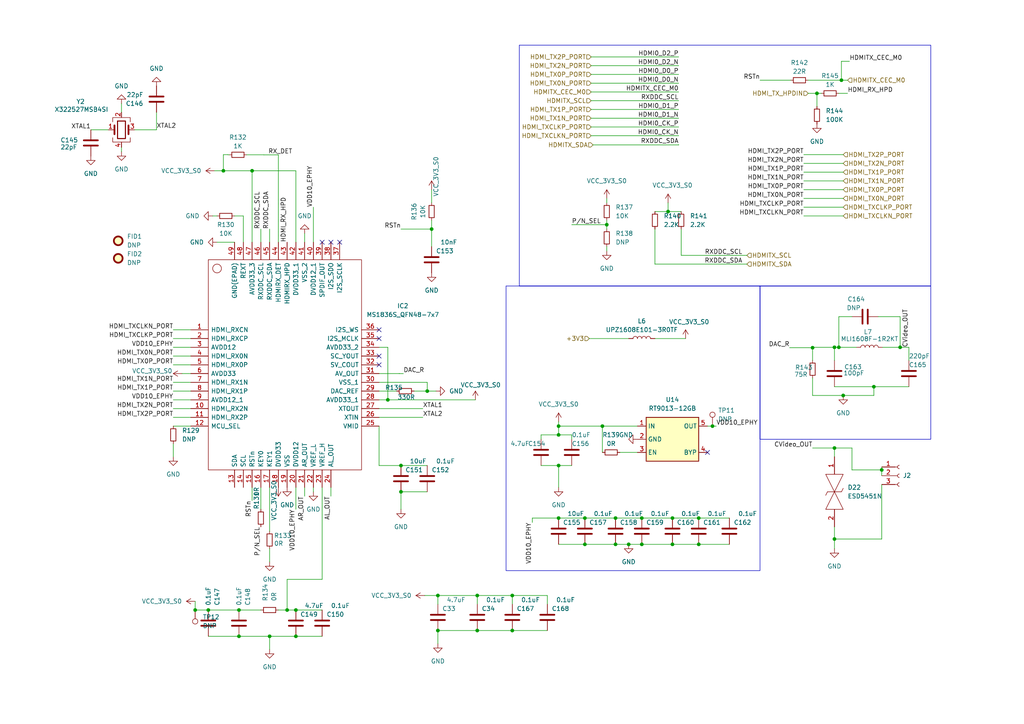
<source format=kicad_sch>
(kicad_sch (version 20250114) (generator "eeschema") (generator_version "9.0")
  (paper "A4")
  (lib_symbols
    (symbol "Connector:Conn_01x03_Socket" (pin_names (offset 1.016) (hide yes))
      (property "Reference" "J" (at 0 5.08 0))
      (property "Value" "Conn_01x03_Socket" (at 0 -5.08 0))
      (symbol "Conn_01x03_Socket_1_1"
        (pin passive line (at -5.08 2.54 0) (length 3.81) (name "Pin_1") (number "1"))
        (pin passive line (at -5.08 0 0) (length 3.81) (name "Pin_2") (number "2"))
        (pin passive line (at -5.08 -2.54 0) (length 3.81) (name "Pin_3") (number "3"))
      )
    )
    (symbol "Connector:TestPoint" (pin_numbers (hide yes)) (pin_names (offset 0.762) (hide yes))
      (property "Reference" "TP" (at 0 6.858 0))
      (property "Value" "TestPoint" (at 0 5.08 0))
      (symbol "TestPoint_1_1"
        (pin passive line (at 0 0 90) (length 2.54) (name "1") (number "1"))
      )
    )
    (symbol "Device:C" (pin_numbers (hide yes)) (pin_names (offset 0.254))
      (property "Reference" "C" (at 0.635 2.54 0))
      (property "Value" "C" (at 0.635 -2.54 0))
      (symbol "C_1_1"
        (pin passive line (at 0 3.81 270) (length 2.794) (name "~") (number "1"))
        (pin passive line (at 0 -3.81 90) (length 2.794) (name "~") (number "2"))
      )
    )
    (symbol "Device:Crystal_GND24" (pin_names (offset 1.016) (hide yes))
      (property "Reference" "Y" (at 3.175 5.08 0))
      (property "Value" "Crystal_GND24" (at 3.175 3.175 0))
      (symbol "Crystal_GND24_1_1"
        (pin passive line (at -3.81 0 0) (length 1.27) (name "1") (number "1"))
        (pin passive line (at 0 5.08 270) (length 1.27) (name "2") (number "2"))
        (pin passive line (at 0 -5.08 90) (length 1.27) (name "4") (number "4"))
        (pin passive line (at 3.81 0 180) (length 1.27) (name "3") (number "3"))
      )
    )
    (symbol "Device:L" (pin_numbers (hide yes)) (pin_names (offset 1.016) (hide yes))
      (property "Reference" "L" (at -1.27 0 90))
      (property "Value" "L" (at 1.905 0 90))
      (symbol "L_1_1"
        (pin passive line (at 0 3.81 270) (length 1.27) (name "1") (number "1"))
        (pin passive line (at 0 -3.81 90) (length 1.27) (name "2") (number "2"))
      )
    )
    (symbol "Device:R_Small" (pin_numbers (hide yes)) (pin_names (offset 0.254) (hide yes))
      (property "Reference" "R" (at 0.762 0.508 0))
      (property "Value" "R_Small" (at 0.762 -1.016 0))
      (symbol "R_Small_1_1"
        (pin passive line (at 0 2.54 270) (length 0.762) (name "~") (number "1"))
        (pin passive line (at 0 -2.54 90) (length 0.762) (name "~") (number "2"))
      )
    )
    (symbol "ESD5451N:ESD5451N" (pin_names (offset 0.762))
      (property "Reference" "D" (at 12.7 8.89 0))
      (property "Value" "ESD5451N" (at 12.7 6.35 0))
      (symbol "ESD5451N_0_0"
        (pin passive line (at 0 0 0) (length 5.08) (name "~") (number "1"))
        (pin passive line (at 20.32 0 180) (length 5.08) (name "~") (number "2"))
      )
    )
    (symbol "Mechanical:Fiducial"
      (property "Reference" "FID" (at 0 5.08 0))
      (property "Value" "Fiducial" (at 0 3.175 0))
    )
    (symbol "QFN481:MS1836S_QFN48-7x7" (pin_names (offset 0.762))
      (property "Reference" "IC" (at 41.91 25.4 0))
      (property "Value" "MS1836S_QFN48-7x7" (at 41.91 22.86 0))
      (symbol "MS1836S_QFN48-7x7_1_0"
        (pin passive line (at -5.08 0 0) (length 5.08) (name "HDMI_RXCN") (number "1"))
        (pin passive line (at -5.08 -2.54 0) (length 5.08) (name "HDMI_RXCP") (number "2"))
        (pin passive line (at -5.08 -5.08 0) (length 5.08) (name "AVDD12") (number "3"))
        (pin passive line (at -5.08 -7.62 0) (length 5.08) (name "HDMI_RX0N") (number "4"))
        (pin passive line (at -5.08 -10.16 0) (length 5.08) (name "HDMI_RX0P") (number "5"))
        (pin passive line (at -5.08 -12.7 0) (length 5.08) (name "AVDD33") (number "6"))
        (pin passive line (at -5.08 -15.24 0) (length 5.08) (name "HDMI_RX1N") (number "7"))
        (pin passive line (at -5.08 -17.78 0) (length 5.08) (name "HDMI_RX1P") (number "8"))
        (pin passive line (at -5.08 -20.32 0) (length 5.08) (name "AVDD12_1") (number "9"))
        (pin passive line (at -5.08 -22.86 0) (length 5.08) (name "HDMI_RX2N") (number "10"))
        (pin passive line (at -5.08 -25.4 0) (length 5.08) (name "HDMI_RX2P") (number "11"))
        (pin passive line (at -5.08 -27.94 0) (length 5.08) (name "MCU_SEL") (number "12"))
        (pin passive line (at 7.62 25.4 270) (length 5.08) (name "GND(EPAD)") (number "49"))
        (pin passive line (at 7.62 -45.72 90) (length 5.08) (name "SDA") (number "13"))
        (pin passive line (at 10.16 25.4 270) (length 5.08) (name "REXT") (number "48"))
        (pin passive line (at 10.16 -45.72 90) (length 5.08) (name "SCL") (number "14"))
        (pin passive line (at 12.7 25.4 270) (length 5.08) (name "AVDD33_3") (number "47"))
        (pin passive line (at 12.7 -45.72 90) (length 5.08) (name "RSTn") (number "15"))
        (pin passive line (at 15.24 25.4 270) (length 5.08) (name "RXDDC_SCL") (number "46"))
        (pin passive line (at 15.24 -45.72 90) (length 5.08) (name "KEY0") (number "16"))
        (pin passive line (at 17.78 25.4 270) (length 5.08) (name "RXDDC_SDA") (number "45"))
        (pin passive line (at 17.78 -45.72 90) (length 5.08) (name "KEY1") (number "17"))
        (pin passive line (at 20.32 25.4 270) (length 5.08) (name "HDMIRX_DET") (number "44"))
        (pin passive line (at 20.32 -45.72 90) (length 5.08) (name "DVDD33") (number "18"))
        (pin passive line (at 22.86 25.4 270) (length 5.08) (name "HDMIRX_HPD") (number "43"))
        (pin passive line (at 22.86 -45.72 90) (length 5.08) (name "VSS") (number "19"))
        (pin passive line (at 25.4 25.4 270) (length 5.08) (name "DVDD33_1") (number "42"))
        (pin passive line (at 25.4 -45.72 90) (length 5.08) (name "DVDD12") (number "20"))
        (pin passive line (at 27.94 25.4 270) (length 5.08) (name "VSS_2") (number "41"))
        (pin passive line (at 27.94 -45.72 90) (length 5.08) (name "AR_OUT") (number "21"))
        (pin passive line (at 30.48 25.4 270) (length 5.08) (name "DVDD12_1") (number "40"))
        (pin passive line (at 30.48 -45.72 90) (length 5.08) (name "VREF_L") (number "22"))
        (pin passive line (at 33.02 25.4 270) (length 5.08) (name "SPDIF_OUT") (number "39"))
        (pin passive line (at 33.02 -45.72 90) (length 5.08) (name "VREF_H") (number "23"))
        (pin passive line (at 35.56 25.4 270) (length 5.08) (name "I2S_SDO") (number "38"))
        (pin passive line (at 35.56 -45.72 90) (length 5.08) (name "AL_OUT") (number "24"))
        (pin passive line (at 38.1 25.4 270) (length 5.08) (name "I2S_SCLK") (number "37"))
        (pin passive line (at 49.53 0 180) (length 5.08) (name "I2S_WS") (number "36"))
        (pin passive line (at 49.53 -2.54 180) (length 5.08) (name "I2S_MCLK") (number "35"))
        (pin passive line (at 49.53 -5.08 180) (length 5.08) (name "AVDD33_2") (number "34"))
        (pin passive line (at 49.53 -7.62 180) (length 5.08) (name "SC_YOUT") (number "33"))
        (pin passive line (at 49.53 -10.16 180) (length 5.08) (name "SV_COUT") (number "32"))
        (pin passive line (at 49.53 -12.7 180) (length 5.08) (name "AV_OUT") (number "31"))
        (pin passive line (at 49.53 -15.24 180) (length 5.08) (name "VSS_1") (number "30"))
        (pin passive line (at 49.53 -17.78 180) (length 5.08) (name "DAC_REF") (number "29"))
        (pin passive line (at 49.53 -20.32 180) (length 5.08) (name "AVDD33_1") (number "28"))
        (pin passive line (at 49.53 -22.86 180) (length 5.08) (name "XTOUT") (number "27"))
        (pin passive line (at 49.53 -25.4 180) (length 5.08) (name "XTIN") (number "26"))
        (pin passive line (at 49.53 -27.94 180) (length 5.08) (name "VMID") (number "25"))
      )
    )
    (symbol "RT9013-12GB:RT9013-12GB"
      (property "Reference" "U9" (at 0 3.81 0))
      (property "Value" "RT9013-12GB" (at 0 1.27 0))
      (symbol "RT9013-12GB_1_1"
        (pin power_in line (at -10.16 -3.81 0) (length 2.54) (name "IN") (number "1"))
        (pin power_in line (at -10.16 -7.62 0) (length 2.54) (name "GND") (number "2"))
        (pin power_in line (at -10.16 -11.43 0) (length 2.54) (name "EN") (number "3"))
        (pin power_out line (at 10.16 -3.81 180) (length 2.54) (name "OUT") (number "5"))
        (pin passive line (at 10.16 -11.43 180) (length 2.54) (name "BYP") (number "4"))
      )
    )
    (symbol "power:GND" (power) (pin_names (offset 0))
      (property "Value" "GND" (at 0 -3.81 0))
      (symbol "GND_1_1"
        (pin power_in line (at 0 0 270) (length 0) (hide yes) (name "GND") (number "1"))
      )
    )
    (symbol "power:VCC" (power) (pin_names (offset 0))
      (property "Value" "VCC" (at 0 3.81 0))
      (symbol "VCC_1_1"
        (pin power_in line (at 0 0 90) (length 0) (hide yes) (name "VCC") (number "1"))
      )
    )
  )
  (rectangle (start 146.7774 82.9537) (end 220.4374 165.5037))
  (rectangle (start 220.4374 82.9537) (end 269.9674 127.4037))
  (rectangle (start 150.622 13.1037) (end 269.9674 82.9537))
  (junction (at 253.4574 112.1637))
  (junction (at 127 172.72))
  (junction (at 73.1174 49.53))
  (junction (at 116.2974 142.6437))
  (junction (at 64.7906 49.53))
  (junction (at 202.6574 157.8837))
  (junction (at 169.6374 150.2637))
  (junction (at 175.9874 65.1737))
  (junction (at 244.0487 23.2637))
  (junction (at 123.9174 113.4337))
  (junction (at 206.6461 123.5937))
  (junction (at 261.0774 100.7337))
  (junction (at 195.0374 157.8837))
  (junction (at 148.59 172.72))
  (junction (at 235.6774 100.8488))
  (junction (at 186.1474 150.2637))
  (junction (at 125.1874 66.4437))
  (junction (at 178.5274 157.8837))
  (junction (at 202.6574 150.2637))
  (junction (at 138.43 172.72))
  (junction (at 148.59 182.88))
  (junction (at 60.4174 176.9337))
  (junction (at 138.43 182.88))
  (junction (at 178.5274 150.2637))
  (junction (at 242.0274 156.3403))
  (junction (at 255.7436 136.2937))
  (junction (at 186.1474 157.8837))
  (junction (at 83.2774 176.9337))
  (junction (at 127 182.88))
  (junction (at 162.0174 126.1337))
  (junction (at 85.8174 184.5537))
  (junction (at 169.6374 157.8837))
  (junction (at 69.3074 184.5537))
  (junction (at 162.0174 123.5937))
  (junction (at 244.5674 114.7037))
  (junction (at 242.0274 129.9437))
  (junction (at 243.2974 100.7337))
  (junction (at 78.1974 184.5537))
  (junction (at 112.4874 115.9737))
  (junction (at 236.9474 27.0737))
  (junction (at 162.0174 150.2637))
  (junction (at 56.6074 176.9337))
  (junction (at 242.0274 100.7337))
  (junction (at 193.7674 61.3637))
  (junction (at 162.0174 135.0237))
  (junction (at 174.7174 123.5937))
  (junction (at 85.8174 176.9337))
  (junction (at 116.2974 135.0237))
  (junction (at 69.3074 176.9337))
  (junction (at 182.3374 157.8837))
  (junction (at 195.0374 150.2637))
  (no_connect (at 109.9474 98.1937))
  (no_connect (at 98.5174 70.2537))
  (no_connect (at 205.1974 131.2137))
  (no_connect (at 109.9474 95.6537))
  (no_connect (at 109.9474 105.8137))
  (no_connect (at 109.9474 103.2737))
  (no_connect (at 95.9774 70.2537))
  (no_connect (at 93.4374 70.2537))
  (wire (pts (xy 169.6374 157.8837) (xy 178.5274 157.8837)))
  (wire (pts (xy 50.2574 118.5137) (xy 55.3374 118.5137)))
  (wire (pts (xy 138.43 182.88) (xy 127 182.88)))
  (wire (pts (xy 233.1374 57.5537) (xy 244.5674 57.5537)))
  (wire (pts (xy 148.59 172.72) (xy 138.43 172.72)))
  (wire (pts (xy 171.45 16.51) (xy 196.85 16.51)))
  (wire (pts (xy 244.0487 23.2637) (xy 245.8374 23.2637)))
  (wire (pts (xy 169.6374 150.2637) (xy 178.5274 150.2637)))
  (wire (pts (xy 235.6774 114.7037) (xy 235.6774 109.6237)))
  (wire (pts (xy 122.6474 121.0537) (xy 109.9474 121.0537)))
  (wire (pts (xy 174.7174 123.5937) (xy 174.7174 131.2137)))
  (wire (pts (xy 158.75 175.26) (xy 158.75 172.72)))
  (wire (pts (xy 137.8874 115.9737) (xy 112.4874 115.9737)))
  (wire (pts (xy 61.6874 62.6337) (xy 62.9574 62.6337)))
  (wire (pts (xy 179.7974 131.2137) (xy 184.8774 131.2137)))
  (wire (pts (xy 175.9874 65.1737) (xy 175.9874 63.9037)))
  (wire (pts (xy 126.4574 113.4337) (xy 123.9174 113.4337)))
  (wire (pts (xy 120.1074 113.4337) (xy 123.9174 113.4337)))
  (wire (pts (xy 85.8174 176.9337) (xy 83.2774 176.9337)))
  (wire (pts (xy 156.9374 135.0237) (xy 162.0174 135.0237)))
  (wire (pts (xy 64.7906 44.8547) (xy 64.7906 49.53)))
  (wire (pts (xy 39.045 37.6506) (xy 45.395 37.6506)))
  (wire (pts (xy 165.8274 65.1737) (xy 175.9874 65.1737)))
  (wire (pts (xy 76.5183 44.9151) (xy 80.7374 44.9151)))
  (wire (pts (xy 75.6574 147.7237) (xy 75.6574 141.3737)))
  (wire (pts (xy 148.59 182.88) (xy 138.43 182.88)))
  (wire (pts (xy 263.6174 100.7337) (xy 263.6174 104.5437)))
  (wire (pts (xy 109.9474 100.7337) (xy 112.4874 100.7337)))
  (wire (pts (xy 60.4174 176.9337) (xy 56.6074 176.9337)))
  (wire (pts (xy 88.3574 67.7137) (xy 88.3574 70.2537)))
  (wire (pts (xy 235.6774 129.9437) (xy 242.0274 129.9437)))
  (wire (pts (xy 50.2574 113.4337) (xy 55.3374 113.4337)))
  (wire (pts (xy 235.6774 104.5437) (xy 235.6774 100.8488)))
  (wire (pts (xy 83.2774 176.9337) (xy 80.7374 176.9337)))
  (wire (pts (xy 255.7436 136.2937) (xy 255.7436 137.9873)))
  (wire (pts (xy 193.7674 61.3637) (xy 197.5774 61.3637)))
  (wire (pts (xy 243.2974 91.8437) (xy 243.2974 100.7337)))
  (wire (pts (xy 202.6574 150.2637) (xy 211.5474 150.2637)))
  (wire (pts (xy 66.1086 44.9027) (xy 66.1086 44.8547)))
  (wire (pts (xy 116.2974 142.6437) (xy 123.9174 142.6437)))
  (wire (pts (xy 69.3074 184.5537) (xy 78.1974 184.5537)))
  (wire (pts (xy 69.3074 176.9337) (xy 60.4174 176.9337)))
  (wire (pts (xy 244.5674 114.7037) (xy 253.4574 114.7037)))
  (wire (pts (xy 116.2974 147.7237) (xy 116.2974 142.6437)))
  (wire (pts (xy 156.9374 126.1337) (xy 162.0174 126.1337)))
  (wire (pts (xy 112.4874 115.9737) (xy 109.9474 115.9737)))
  (wire (pts (xy 138.43 172.72) (xy 127 172.72)))
  (wire (pts (xy 50.2574 95.6537) (xy 55.3374 95.6537)))
  (wire (pts (xy 70.5774 62.6337) (xy 68.0374 62.6337)))
  (wire (pts (xy 233.1374 49.9337) (xy 244.5674 49.9337)))
  (wire (pts (xy 247.1074 136.2937) (xy 247.1074 129.9437)))
  (wire (pts (xy 162.0174 126.1337) (xy 165.8274 126.1337)))
  (wire (pts (xy 193.7674 58.8237) (xy 193.7674 61.3637)))
  (wire (pts (xy 138.43 175.26) (xy 138.43 172.72)))
  (wire (pts (xy 233.1374 62.6337) (xy 244.5674 62.6337)))
  (wire (pts (xy 246.38 17.78) (xy 244.0487 17.78)))
  (wire (pts (xy 73.1174 49.53) (xy 85.8174 49.53)))
  (wire (pts (xy 171.45 21.59) (xy 196.85 21.59)))
  (wire (pts (xy 50.2574 123.5937) (xy 55.3374 123.5937)))
  (wire (pts (xy 50.2574 100.7337) (xy 55.3374 100.7337)))
  (wire (pts (xy 165.8274 126.1337) (xy 165.8274 127.4037)))
  (wire (pts (xy 50.2574 121.0537) (xy 55.3374 121.0537)))
  (wire (pts (xy 45.395 32.5706) (xy 45.395 37.6506)))
  (wire (pts (xy 255.7436 140.5273) (xy 255.7436 156.3403)))
  (wire (pts (xy 123.9174 110.8937) (xy 123.9174 113.4337)))
  (wire (pts (xy 125.1874 71.5237) (xy 125.1874 66.4437)))
  (wire (pts (xy 255.9974 100.7337) (xy 261.0774 100.7337)))
  (wire (pts (xy 64.7906 49.53) (xy 62.23 49.53)))
  (wire (pts (xy 186.1474 150.2637) (xy 195.0374 150.2637)))
  (wire (pts (xy 85.8174 184.5537) (xy 93.4374 184.5537)))
  (wire (pts (xy 50.2574 115.9737) (xy 55.3374 115.9737)))
  (wire (pts (xy 75.6574 66.4437) (xy 75.6574 70.2537)))
  (wire (pts (xy 174.7174 123.5937) (xy 184.8774 123.5937)))
  (wire (pts (xy 243.2974 100.7337) (xy 242.0274 100.7337)))
  (wire (pts (xy 78.1974 66.4437) (xy 78.1974 70.2537)))
  (wire (pts (xy 112.4874 100.7337) (xy 112.4874 115.9737)))
  (wire (pts (xy 162.0174 157.8837) (xy 169.6374 157.8837)))
  (wire (pts (xy 261.0774 91.8437) (xy 254.7274 91.8437)))
  (wire (pts (xy 242.0274 152.8037) (xy 242.0274 156.3403)))
  (wire (pts (xy 35.235 30.0306) (xy 35.235 32.5706)))
  (wire (pts (xy 78.1974 159.1537) (xy 78.1974 162.9637)))
  (wire (pts (xy 171.45 19.05) (xy 196.85 19.05)))
  (wire (pts (xy 76.5183 44.9151) (xy 76.5183 44.9027)))
  (wire (pts (xy 196.85 41.91) (xy 196.85 42.0303)))
  (wire (pts (xy 73.1174 49.53) (xy 73.1174 70.2537)))
  (wire (pts (xy 178.5274 157.8837) (xy 182.3374 157.8837)))
  (wire (pts (xy 122.6474 118.5137) (xy 109.9474 118.5137)))
  (wire (pts (xy 90.8974 60.0937) (xy 90.8974 70.2537)))
  (wire (pts (xy 255.7436 135.4473) (xy 255.7436 136.2937)))
  (wire (pts (xy 64.7906 44.8547) (xy 66.1086 44.8547)))
  (wire (pts (xy 195.0374 150.2637) (xy 202.6574 150.2637)))
  (wire (pts (xy 236.9474 27.0737) (xy 238.2174 27.0737)))
  (wire (pts (xy 154.3974 151.5337) (xy 154.3974 150.2637)))
  (wire (pts (xy 162.0174 122.3237) (xy 162.0174 123.5937)))
  (wire (pts (xy 253.4574 112.1637) (xy 253.4574 114.7037)))
  (wire (pts (xy 156.9374 127.4037) (xy 156.9374 126.1337)))
  (wire (pts (xy 78.1974 154.0737) (xy 78.1974 141.3737)))
  (wire (pts (xy 78.1974 184.5537) (xy 85.8174 184.5537)))
  (wire (pts (xy 115.0274 113.4337) (xy 109.9474 113.4337)))
  (wire (pts (xy 88.3574 143.9137) (xy 88.3574 141.3737)))
  (wire (pts (xy 80.7374 44.9151) (xy 80.7374 70.2537)))
  (wire (pts (xy 162.0174 123.5937) (xy 174.7174 123.5937)))
  (wire (pts (xy 123.19 172.72) (xy 127 172.72)))
  (wire (pts (xy 233.1374 52.4737) (xy 244.5674 52.4737)))
  (wire (pts (xy 247.1074 136.2937) (xy 255.7436 136.2937)))
  (wire (pts (xy 261.0774 100.7337) (xy 263.6174 100.7337)))
  (wire (pts (xy 50.2574 98.1937) (xy 55.3374 98.1937)))
  (wire (pts (xy 234.4074 27.0737) (xy 236.9474 27.0737)))
  (wire (pts (xy 171.45 26.67) (xy 196.85 26.67)))
  (wire (pts (xy 93.4374 141.3737) (xy 93.4374 168.0437)))
  (wire (pts (xy 202.6574 157.8837) (xy 211.5474 157.8837)))
  (wire (pts (xy 242.0274 156.3403) (xy 242.0274 159.1537)))
  (wire (pts (xy 189.9574 61.3637) (xy 193.7674 61.3637)))
  (wire (pts (xy 93.4374 168.0437) (xy 83.2774 168.0437)))
  (wire (pts (xy 117.0066 108.3625) (xy 115.824 108.3625)))
  (wire (pts (xy 127 172.72) (xy 127 175.26)))
  (wire (pts (xy 242.0274 112.1637) (xy 253.4574 112.1637)))
  (wire (pts (xy 123.9174 135.0237) (xy 116.2974 135.0237)))
  (wire (pts (xy 248.3774 100.7337) (xy 243.2974 100.7337)))
  (wire (pts (xy 70.5774 62.6337) (xy 70.5774 70.2537)))
  (wire (pts (xy 242.0274 129.9437) (xy 242.0274 132.4837)))
  (wire (pts (xy 171.45 34.29) (xy 196.85 34.29)))
  (wire (pts (xy 178.5274 150.2637) (xy 186.1474 150.2637)))
  (wire (pts (xy 50.2574 103.2737) (xy 55.3374 103.2737)))
  (wire (pts (xy 83.2774 168.0437) (xy 83.2774 176.9337)))
  (wire (pts (xy 85.8174 70.2537) (xy 85.8174 49.53)))
  (wire (pts (xy 50.2574 132.4837) (xy 50.2574 128.6737)))
  (wire (pts (xy 189.9574 76.6037) (xy 216.6274 76.6037)))
  (wire (pts (xy 170.9074 98.1937) (xy 182.3374 98.1937)))
  (wire (pts (xy 195.0374 157.8837) (xy 202.6574 157.8837)))
  (wire (pts (xy 247.1074 129.9437) (xy 242.0274 129.9437)))
  (wire (pts (xy 236.9474 30.8837) (xy 236.9474 27.0737)))
  (wire (pts (xy 95.9774 143.9137) (xy 95.9774 141.3737)))
  (wire (pts (xy 175.9874 72.7937) (xy 175.9874 71.5237)))
  (wire (pts (xy 62.9574 70.2537) (xy 68.0374 70.2537)))
  (wire (pts (xy 234.4074 23.2637) (xy 244.0487 23.2637)))
  (wire (pts (xy 76.5183 44.9027) (xy 71.549 44.9027)))
  (wire (pts (xy 148.59 175.26) (xy 148.59 172.72)))
  (wire (pts (xy 171.45 31.75) (xy 196.85 31.75)))
  (wire (pts (xy 26.345 37.6506) (xy 31.425 37.6506)))
  (wire (pts (xy 115.824 108.3625) (xy 115.824 108.3537)))
  (wire (pts (xy 115.824 108.3537) (xy 109.9474 108.3537)))
  (wire (pts (xy 197.5774 74.0637) (xy 216.6274 74.0637)))
  (wire (pts (xy 189.9574 66.4437) (xy 189.9574 76.6037)))
  (wire (pts (xy 235.6774 100.7337) (xy 242.0274 100.7337)))
  (wire (pts (xy 35.235 44.0006) (xy 35.235 42.7306)))
  (wire (pts (xy 261.0774 91.8437) (xy 261.0774 100.7337)))
  (wire (pts (xy 158.75 172.72) (xy 148.59 172.72)))
  (wire (pts (xy 75.6574 176.9337) (xy 69.3074 176.9337)))
  (wire (pts (xy 233.1374 47.3937) (xy 244.5674 47.3937)))
  (wire (pts (xy 56.6074 176.9337) (xy 56.6074 174.3937)))
  (wire (pts (xy 243.2974 91.8437) (xy 247.1074 91.8437)))
  (wire (pts (xy 233.1374 55.0137) (xy 244.5674 55.0137)))
  (wire (pts (xy 233.1374 60.0937) (xy 244.5674 60.0937)))
  (wire (pts (xy 125.1874 66.4437) (xy 125.1874 63.9037)))
  (wire (pts (xy 206.6461 123.5937) (xy 205.1974 123.5937)))
  (wire (pts (xy 171.45 29.21) (xy 196.85 29.21)))
  (wire (pts (xy 109.9474 110.8937) (xy 123.9174 110.8937)))
  (wire (pts (xy 242.0274 156.3403) (xy 255.7436 156.3403)))
  (wire (pts (xy 66.1086 44.9027) (xy 66.469 44.9027)))
  (wire (pts (xy 197.5774 66.4437) (xy 197.5774 74.0637)))
  (wire (pts (xy 235.6774 100.8488) (xy 235.6774 100.7337)))
  (wire (pts (xy 175.9874 58.8237) (xy 175.9874 57.5537)))
  (wire (pts (xy 90.8974 142.6437) (xy 90.8974 141.3737)))
  (wire (pts (xy 116.2974 66.4437) (xy 125.1874 66.4437)))
  (wire (pts (xy 60.4174 184.5537) (xy 69.3074 184.5537)))
  (wire (pts (xy 196.85 42.0303) (xy 171.9926 42.0303)))
  (wire (pts (xy 78.1974 188.3637) (xy 78.1974 184.5537)))
  (wire (pts (xy 162.0174 135.0237) (xy 165.8274 135.0237)))
  (wire (pts (xy 171.45 36.83) (xy 196.85 36.83)))
  (wire (pts (xy 116.2974 135.0237) (xy 109.9474 135.0237)))
  (wire (pts (xy 109.9474 135.0237) (xy 109.9474 123.5937)))
  (wire (pts (xy 182.3374 157.8837) (xy 186.1474 157.8837)))
  (wire (pts (xy 93.4374 176.9337) (xy 85.8174 176.9337)))
  (wire (pts (xy 189.9574 98.1937) (xy 198.8474 98.1937)))
  (wire (pts (xy 242.0274 100.7337) (xy 242.0274 104.5437)))
  (wire (pts (xy 50.2574 105.8137) (xy 55.3374 105.8137)))
  (wire (pts (xy 158.75 182.88) (xy 148.59 182.88)))
  (wire (pts (xy 162.0174 123.5937) (xy 162.0174 126.1337)))
  (wire (pts (xy 243.2974 27.0737) (xy 245.8374 27.0737)))
  (wire (pts (xy 73.1174 145.1837) (xy 73.1174 141.3737)))
  (wire (pts (xy 186.1474 157.8837) (xy 195.0374 157.8837)))
  (wire (pts (xy 233.1374 44.8537) (xy 244.5674 44.8537)))
  (wire (pts (xy 50.2574 110.8937) (xy 55.3374 110.8937)))
  (wire (pts (xy 175.9874 66.4437) (xy 175.9874 65.1737)))
  (wire (pts (xy 64.7906 49.53) (xy 73.1174 49.53)))
  (wire (pts (xy 125.1874 58.8237) (xy 125.1874 55.0137)))
  (wire (pts (xy 52.7974 108.3537) (xy 55.3374 108.3537)))
  (wire (pts (xy 162.0174 135.0237) (xy 162.0174 141.3737)))
  (wire (pts (xy 171.45 39.37) (xy 196.85 39.37)))
  (wire (pts (xy 85.8174 147.7237) (xy 85.8174 141.3737)))
  (wire (pts (xy 253.4574 112.1637) (xy 263.6174 112.1637)))
  (wire (pts (xy 244.0487 17.78) (xy 244.0487 23.2637)))
  (wire (pts (xy 235.6774 114.7037) (xy 244.5674 114.7037)))
  (wire (pts (xy 220.4374 23.2637) (xy 229.3274 23.2637)))
  (wire (pts (xy 127 182.88) (xy 127 186.69)))
  (wire (pts (xy 171.45 24.13) (xy 196.85 24.13)))
  (wire (pts (xy 235.6774 100.8488) (xy 229.0122 100.8488)))
  (wire (pts (xy 207.7374 123.5937) (xy 206.6461 123.5937)))
  (wire (pts (xy 162.0174 150.2637) (xy 169.6374 150.2637)))
  (wire (pts (xy 154.3974 150.2637) (xy 162.0174 150.2637)))
  (label "CVideo_OUT" (at 263.6174 100.7337 90))
  (label "HDMI0_CK_N" (at 196.85 39.37 180))
  (label "P{slash}N_SEL" (at 75.6574 152.8037 270))
  (label "XTAL1" (at 26.345 37.6506 180))
  (label "HDMI_TXCLKP_PORT" (at 233.1374 60.0937 180))
  (label "HDMI0_D1_P" (at 196.85 31.75 180))
  (label "HDMI_TXCLKP_PORT" (at 50.2574 98.1937 180))
  (label "HDMITX_CEC_M0" (at 196.85 26.67 180))
  (label "HDMI_TX1P_PORT" (at 50.2574 113.4337 180))
  (label "RSTn" (at 73.1174 145.1837 270))
  (label "HDMI0_D1_N" (at 196.85 34.29 180))
  (label "DAC_R" (at 117.0066 108.3625 0))
  (label "P{slash}N_SEL" (at 165.8274 65.1737 0))
  (label "RXDDC_SDA" (at 196.85 41.91 180))
  (label "RXDDC_SCL" (at 215.3574 74.0637 180))
  (label "HDMI_TX1P_PORT" (at 233.1374 49.9337 180))
  (label "HDMI0_D2_P" (at 196.85 16.51 180))
  (label "VDD10_EPHY" (at 85.8174 147.7237 270))
  (label "AL_OUT" (at 95.9774 143.9137 270))
  (label "RSTn" (at 220.4374 23.2637 180))
  (label "HDMI_TX0P_PORT" (at 50.2574 105.8137 180))
  (label "HDMITX_CEC_M0" (at 246.38 17.78 0))
  (label "HDMI0_D2_N" (at 196.85 19.05 180))
  (label "VDD10_EPHY" (at 50.2574 115.9737 180))
  (label "HDMI_TX2N_PORT" (at 233.1374 47.3937 180))
  (label "HDMI0_D0_N" (at 196.85 24.13 180))
  (label "VDD10_EPHY" (at 207.7374 123.5937 0))
  (label "CVideo_OUT" (at 235.6774 129.9437 180))
  (label "HDMI_TX1N_PORT" (at 50.2574 110.8937 180))
  (label "HDMI_TX1N_PORT" (at 233.1374 52.4737 180))
  (label "HDMI_TX0N_PORT" (at 50.2574 103.2737 180))
  (label "HDMI_TX0N_PORT" (at 233.1374 57.5537 180))
  (label "VDD10_EPHY" (at 154.3974 151.5337 270))
  (label "HDMI0_CK_P" (at 196.85 36.83 180))
  (label "HDMI_TX2N_PORT" (at 50.2574 118.5137 180))
  (label "RXDDC_SDA" (at 215.3574 76.6037 180))
  (label "HDMI_TXCLKN_PORT" (at 50.2574 95.6537 180))
  (label "RSTn" (at 116.2974 66.4437 180))
  (label "RXDDC_SDA" (at 78.1974 66.4437 90))
  (label "VDD10_EPHY" (at 90.8974 60.0937 90))
  (label "XTAL2" (at 122.6474 121.0537 0))
  (label "XTAL1" (at 122.6474 118.5137 0))
  (label "HDMI0_D0_P" (at 196.85 21.59 180))
  (label "XTAL2" (at 45.395 37.4969 0))
  (label "HDMI_RX_HPD" (at 245.8374 27.0737 0))
  (label "DAC_R" (at 229.0122 100.8488 180))
  (label "RX_DET" (at 77.7883 44.9151 0))
  (label "HDMI_RX_HPD" (at 83.2774 70.2537 90))
  (label "HDMI_TX2P_PORT" (at 50.2574 121.0537 180))
  (label "AR_OUT" (at 88.3574 143.9137 270))
  (label "HDMI_TX2P_PORT" (at 233.1374 44.8537 180))
  (label "HDMI_TXCLKN_PORT" (at 233.1374 62.6337 180))
  (label "RXDDC_SCL" (at 196.85 29.21 180))
  (label "VDD10_EPHY" (at 50.2574 100.7337 180))
  (label "HDMI_TX0P_PORT" (at 233.1374 55.0137 180))
  (label "RXDDC_SCL" (at 75.6574 66.4437 90))
  (hierarchical_label "HDMI_TX2N_PORT" (shape input) (at 171.45 19.05 180))
  (hierarchical_label "HDMI_TX1N_PORT" (shape input) (at 171.45 34.29 180))
  (hierarchical_label "HDMI_TX0P_PORT" (shape input) (at 244.5674 55.0137 0))
  (hierarchical_label "HDMITX_CEC_M0" (shape input) (at 245.8374 23.2637 0))
  (hierarchical_label "HDMI_TX1P_PORT" (shape input) (at 244.5674 49.9337 0))
  (hierarchical_label "HDMI_TX1P_PORT" (shape input) (at 171.45 31.75 180))
  (hierarchical_label "+3V3" (shape input) (at 170.9074 98.1937 180))
  (hierarchical_label "HDMITX_CEC_M0" (shape input) (at 171.45 26.67 180))
  (hierarchical_label "HDMI_TX0P_PORT" (shape input) (at 171.45 21.59 180))
  (hierarchical_label "HDMITX_SCL" (shape input) (at 171.45 29.21 180))
  (hierarchical_label "HDMI_TXCLKN_PORT" (shape input) (at 171.45 39.37 180))
  (hierarchical_label "HDMITX_SDA" (shape input) (at 171.9926 42.0303 180))
  (hierarchical_label "HDMI_TXCLKN_PORT" (shape input) (at 244.5674 62.6337 0))
  (hierarchical_label "HDMITX_SDA" (shape input) (at 216.6274 76.6037 0))
  (hierarchical_label "HDMI_TX2P_PORT" (shape input) (at 244.5674 44.8537 0))
  (hierarchical_label "HDMI_TXCLKP_PORT" (shape input) (at 171.45 36.83 180))
  (hierarchical_label "HDMI_TX0N_PORT" (shape input) (at 171.45 24.13 180))
  (hierarchical_label "HDMI_TX_HPDIN" (shape input) (at 234.4074 27.0737 180))
  (hierarchical_label "HDMI_TX1N_PORT" (shape input) (at 244.5674 52.4737 0))
  (hierarchical_label "HDMI_TX0N_PORT" (shape input) (at 244.5674 57.5537 0))
  (hierarchical_label "HDMITX_SCL" (shape input) (at 216.6274 74.0637 0))
  (hierarchical_label "HDMI_TXCLKP_PORT" (shape input) (at 244.5674 60.0937 0))
  (hierarchical_label "HDMI_TX2P_PORT" (shape input) (at 171.45 16.51 180))
  (hierarchical_label "HDMI_TX2N_PORT" (shape input) (at 244.5674 47.3937 0))
  (symbol (lib_id "power:GND") (at 236.9474 35.9637 0) (unit 1)
    (property "Reference" "#PWR0188" (effects (hide yes)))
    (property "Value" "GND" (at 236.9474 41.0437 0))
    (property "Description" "Power symbol creates a global label with name \"GND\" , ground" (effects (hide yes)))
  )
  (symbol (lib_id "Device:R_Small") (at 236.9474 33.4237 0) (unit 1)
    (property "Reference" "R144" (at 239.4874 32.1537 0) (effects (justify left)))
    (property "Value" "100K" (at 239.4874 34.6937 0) (effects (justify left)))
    (property "Footprint" "Resistor_SMD:R_0603_1608Metric" (effects (hide yes)))
    (property "Description" "Resistor, small symbol" (effects (hide yes)))
    (property "MPN" "0603WAF1003T5E" (effects (hide yes)))
  )
  (symbol (lib_id "Device:R_Small") (at 240.7574 27.0737 270) (unit 1)
    (property "Reference" "R145" (at 240.7574 21.9937 90))
    (property "Value" "1K" (at 240.7574 24.5337 90))
    (property "Footprint" "Resistor_SMD:R_0603_1608Metric" (effects (hide yes)))
    (property "Description" "Resistor, small symbol" (effects (hide yes)))
    (property "MPN" "0603WAF1001T5E" (effects (hide yes)))
  )
  (symbol (lib_id "Device:C") (at 165.8274 131.2137 0) (unit 1)
    (property "Reference" "C156" (at 165.8274 128.6737 0) (effects (justify left)))
    (property "Value" "0.1uF" (at 165.8274 126.1337 0) (effects (justify left)))
    (property "Footprint" "Capacitor_SMD:C_0603_1608Metric" (effects (hide yes)))
    (property "Description" "Unpolarized capacitor" (effects (hide yes)))
  )
  (symbol (lib_id "Mechanical:Fiducial") (at 34.29 69.85 0) (unit 1)
    (property "Reference" "FID1" (at 36.83 68.5799 0) (effects (justify left)))
    (property "Value" "DNP" (at 36.83 71.1199 0) (effects (justify left)))
    (property "Footprint" "Fiducial:Fiducial_0.5mm_Mask1mm" (effects (hide yes)))
    (property "Description" "Fiducial Marker" (effects (hide yes)))
  )
  (symbol (lib_id "power:GND") (at 244.5674 114.7037 0) (unit 1)
    (property "Reference" "#PWR0190" (effects (hide yes)))
    (property "Value" "GND" (at 244.5674 119.7837 0))
    (property "Description" "Power symbol creates a global label with name \"GND\" , ground" (effects (hide yes)))
  )
  (symbol (lib_id "Device:C") (at 156.9374 131.2137 0) (unit 1)
    (property "Reference" "C154" (at 153.1274 128.6737 0) (effects (justify left)))
    (property "Value" "4.7uF" (at 148.0474 128.6737 0) (effects (justify left)))
    (property "Footprint" "Capacitor_SMD:C_0603_1608Metric" (effects (hide yes)))
    (property "Description" "Unpolarized capacitor" (effects (hide yes)))
    (property "MPN" "CL10A475KO8NNNC" (effects (hide yes)))
  )
  (symbol (lib_id "power:GND") (at 126.4574 113.4337 90) (unit 1)
    (property "Reference" "#PWR0166" (effects (hide yes)))
    (property "Value" "GND" (at 130.2674 113.4337 90) (effects (justify right)))
    (property "Description" "Power symbol creates a global label with name \"GND\" , ground" (effects (hide yes)))
  )
  (symbol (lib_id "power:GND") (at 61.6874 62.6337 270) (unit 1)
    (property "Reference" "#PWR0150" (effects (hide yes)))
    (property "Value" "GND" (at 57.8774 62.6337 90) (effects (justify right)))
    (property "Description" "Power symbol creates a global label with name \"GND\" , ground" (effects (hide yes)))
  )
  (symbol (lib_id "Connector:Conn_01x03_Socket") (at 260.8236 137.9873 0) (unit 1)
    (property "Reference" "J2" (at 261.874 137.922 0) (effects (justify left)))
    (property "Value" "DNP" (effects (hide yes)))
    (property "Footprint" "AV_CONNECTOR:AV_CON" (effects (hide yes)))
    (property "Description" "Generic connector, single row, 01x03, script generated" (effects (hide yes)))
    (property "Important" "Will not be soldered and will be shipped separately" (effects (hide yes)))
  )
  (symbol (lib_id "power:GND") (at 35.235 30.0306 180) (unit 1)
    (property "Reference" "#PWR07" (effects (hide yes)))
    (property "Value" "GND" (at 35.235 24.9506 0))
    (property "Description" "Power symbol creates a global label with name \"GND\" , ground" (effects (hide yes)))
  )
  (symbol (lib_id "Device:R_Small") (at 69.009 44.9027 90) (unit 1)
    (property "Reference" "R132" (at 69.009 39.8227 90))
    (property "Value" "1K" (at 69.009 42.3627 90))
    (property "Footprint" "Resistor_SMD:R_0603_1608Metric" (effects (hide yes)))
    (property "Description" "Resistor, small symbol" (effects (hide yes)))
    (property "MPN" "0603WAF1001T5E" (effects (hide yes)))
  )
  (symbol (lib_id "power:GND") (at 125.1874 79.1437 0) (unit 1)
    (property "Reference" "#PWR0165" (effects (hide yes)))
    (property "Value" "GND" (at 125.1874 84.2237 0))
    (property "Description" "Power symbol creates a global label with name \"GND\" , ground" (effects (hide yes)))
  )
  (symbol (lib_id "Device:R_Small") (at 197.5774 63.9037 180) (unit 1)
    (property "Reference" "R141" (at 200.1174 62.6337 0) (effects (justify right)))
    (property "Value" "2.2K" (at 200.1174 65.1737 0) (effects (justify right)))
    (property "Footprint" "Resistor_SMD:R_0603_1608Metric" (effects (hide yes)))
    (property "Description" "Resistor, small symbol" (effects (hide yes)))
    (property "MPN" "0603WAF2201T5E" (effects (hide yes)))
  )
  (symbol (lib_id "Device:R_Small") (at 50.2574 126.1337 180) (unit 1)
    (property "Reference" "R129" (at 52.7974 124.8637 0) (effects (justify right)))
    (property "Value" "DNP" (at 52.7974 127.4037 0) (effects (justify right)))
    (property "Footprint" "Resistor_SMD:R_0402_1005Metric" (effects (hide yes)))
    (property "Description" "Resistor, small symbol" (effects (hide yes)))
  )
  (symbol (lib_id "power:VCC") (at 62.23 49.53 90) (unit 1)
    (property "Reference" "#PWR0154" (effects (hide yes)))
    (property "Value" "VCC_3V3_S0" (at 58.42 49.53 90) (effects (justify left)))
    (property "Description" "Power symbol creates a global label with name \"VCC\"" (effects (hide yes)))
  )
  (symbol (lib_id "power:VCC") (at 162.0174 122.3237 0) (unit 1)
    (property "Reference" "#PWR0170" (effects (hide yes)))
    (property "Value" "VCC_3V3_S0" (at 162.0174 117.2437 0))
    (property "Description" "Power symbol creates a global label with name \"VCC\"" (effects (hide yes)))
  )
  (symbol (lib_id "power:VCC") (at 80.7374 141.3737 180) (unit 1)
    (property "Reference" "#PWR0157" (effects (hide yes)))
    (property "Value" "VCC_3V3_S0" (at 79.4674 145.1837 90))
    (property "Description" "Power symbol creates a global label with name \"VCC\"" (effects (hide yes)))
  )
  (symbol (lib_id "power:VCC") (at 198.8474 98.1937 0) (unit 1)
    (property "Reference" "#PWR0187" (effects (hide yes)))
    (property "Value" "VCC_3V3_S0" (at 194.0214 93.3677 0) (effects (justify left)))
    (property "Description" "Power symbol creates a global label with name \"VCC\"" (effects (hide yes)))
  )
  (symbol (lib_id "Device:C") (at 26.345 41.4606 0) (unit 1)
    (property "Reference" "C145" (at 17.526 40.64 0) (effects (justify left)))
    (property "Value" "22pF" (at 17.526 42.672 0) (effects (justify left)))
    (property "Footprint" "Capacitor_SMD:C_0603_1608Metric" (effects (hide yes)))
    (property "Description" "Unpolarized capacitor" (effects (hide yes)))
    (property "MPN" "CL10C220JB8NNNC" (effects (hide yes)))
  )
  (symbol (lib_id "Device:C") (at 178.5274 154.0737 0) (unit 1)
    (property "Reference" "C158" (at 179.7974 151.5337 0) (effects (justify left)))
    (property "Value" "0.1uF" (at 181.0674 148.9937 0) (effects (justify left)))
    (property "Footprint" "Capacitor_SMD:C_0603_1608Metric" (effects (hide yes)))
    (property "Description" "Unpolarized capacitor" (effects (hide yes)))
  )
  (symbol (lib_id "Device:C") (at 127 179.07 0) (unit 1)
    (property "Reference" "C33" (at 128.27 176.53 0) (effects (justify left)))
    (property "Value" "4.7uF" (at 129.54 173.99 0) (effects (justify left)))
    (property "Footprint" "Capacitor_SMD:C_0603_1608Metric" (effects (hide yes)))
    (property "Description" "Unpolarized capacitor" (effects (hide yes)))
    (property "MPN" "CL10A475KO8NNNC" (effects (hide yes)))
  )
  (symbol (lib_id "power:GND") (at 90.8974 142.6437 0) (unit 1)
    (property "Reference" "#PWR0160" (effects (hide yes)))
    (property "Value" "GND" (at 90.8974 147.7237 0))
    (property "Description" "Power symbol creates a global label with name \"GND\" , ground" (effects (hide yes)))
  )
  (symbol (lib_id "power:VCC") (at 52.7974 108.3537 90) (unit 1)
    (property "Reference" "#PWR0140" (effects (hide yes)))
    (property "Value" "VCC_3V3_S0" (at 50.0034 107.5917 90) (effects (justify left)))
    (property "Description" "Power symbol creates a global label with name \"VCC\"" (effects (hide yes)))
  )
  (symbol (lib_id "power:GND") (at 62.9574 70.2537 270) (unit 1)
    (property "Reference" "#PWR0153" (effects (hide yes)))
    (property "Value" "GND" (at 59.1474 70.2537 90) (effects (justify right)))
    (property "Description" "Power symbol creates a global label with name \"GND\" , ground" (effects (hide yes)))
  )
  (symbol (lib_id "Device:R_Small") (at 231.8674 23.2637 270) (unit 1)
    (property "Reference" "R142" (at 231.8674 18.1837 90))
    (property "Value" "22R" (at 231.8674 20.7237 90))
    (property "Footprint" "Resistor_SMD:R_0603_1608Metric" (effects (hide yes)))
    (property "Description" "Resistor, small symbol" (effects (hide yes)))
    (property "MPN" "0603WAF220JT5E" (effects (hide yes)))
  )
  (symbol (lib_id "QFN481:MS1836S_QFN48-7x7") (at 60.4174 95.6537 0) (unit 1)
    (property "Reference" "IC2" (at 116.84 88.7255 0))
    (property "Value" "MS1836S_QFN48-7x7" (at 116.84 91.2655 0))
    (property "Footprint" "Package_DFN_QFN:QFN-48-1EP_7x7mm_P0.5mm_EP5.6x5.6mm" (effects (hide yes)))
    (property "MPN" "MS1836S" (effects (hide yes)))
  )
  (symbol (lib_id "Device:C") (at 202.6574 154.0737 0) (unit 1)
    (property "Reference" "C161" (at 203.9274 151.5337 0) (effects (justify left)))
    (property "Value" "0.1uF" (at 205.1974 148.9937 0) (effects (justify left)))
    (property "Footprint" "Capacitor_SMD:C_0603_1608Metric" (effects (hide yes)))
    (property "Description" "Unpolarized capacitor" (effects (hide yes)))
  )
  (symbol (lib_id "power:VCC") (at 193.7674 58.8237 0) (unit 1)
    (property "Reference" "#PWR0186" (effects (hide yes)))
    (property "Value" "VCC_3V3_S0" (at 195.0374 53.7437 0))
    (property "Description" "Power symbol creates a global label with name \"VCC\"" (effects (hide yes)))
  )
  (symbol (lib_id "Device:C") (at 69.3074 180.7437 0) (unit 1)
    (property "Reference" "C148" (at 71.8474 175.6637 90) (effects (justify left)))
    (property "Value" "0.1uF" (at 69.3074 175.6637 90) (effects (justify left)))
    (property "Footprint" "Capacitor_SMD:C_0603_1608Metric" (effects (hide yes)))
    (property "Description" "Unpolarized capacitor" (effects (hide yes)))
  )
  (symbol (lib_id "Device:C") (at 123.9174 138.8337 0) (unit 1)
    (property "Reference" "C152" (at 125.1874 136.2937 0) (effects (justify left)))
    (property "Value" "0.1uF" (at 126.4574 133.7537 0) (effects (justify left)))
    (property "Footprint" "Capacitor_SMD:C_0603_1608Metric" (effects (hide yes)))
    (property "Description" "Unpolarized capacitor" (effects (hide yes)))
  )
  (symbol (lib_id "power:GND") (at 162.0174 141.3737 0) (unit 1)
    (property "Reference" "#PWR0171" (effects (hide yes)))
    (property "Value" "GND" (at 162.0174 146.4537 0))
    (property "Description" "Power symbol creates a global label with name \"GND\" , ground" (effects (hide yes)))
  )
  (symbol (lib_id "power:GND") (at 184.8774 127.4037 270) (unit 1)
    (property "Reference" "#PWR0185" (effects (hide yes)))
    (property "Value" "GND" (at 183.6074 126.1337 90) (effects (justify right)))
    (property "Description" "Power symbol creates a global label with name \"GND\" , ground" (effects (hide yes)))
  )
  (symbol (lib_id "power:GND") (at 45.395 24.9506 180) (unit 1)
    (property "Reference" "#PWR054" (effects (hide yes)))
    (property "Value" "GND" (at 45.395 19.8706 0))
    (property "Description" "Power symbol creates a global label with name \"GND\" , ground" (effects (hide yes)))
  )
  (symbol (lib_id "Device:R_Small") (at 175.9874 68.9837 0) (unit 1)
    (property "Reference" "R138" (at 178.5274 67.7137 0) (effects (justify left)))
    (property "Value" "DNP" (at 178.5274 70.2537 0) (effects (justify left)))
    (property "Footprint" "Resistor_SMD:R_0402_1005Metric" (effects (hide yes)))
    (property "Description" "Resistor, small symbol" (effects (hide yes)))
  )
  (symbol (lib_id "Connector:TestPoint") (at 56.6074 176.9337 180) (unit 1)
    (property "Reference" "TP12" (at 58.7979 178.9656 0) (effects (justify right)))
    (property "Value" "DNP" (at 58.7979 181.5056 0) (effects (justify right)))
    (property "Footprint" "TestPoint:TestPoint_Pad_1.0x1.0mm" (effects (hide yes)))
    (property "Description" "test point" (effects (hide yes)))
  )
  (symbol (lib_id "Device:C") (at 195.0374 154.0737 0) (unit 1)
    (property "Reference" "C160" (at 196.3074 151.5337 0) (effects (justify left)))
    (property "Value" "0.1uF" (at 197.5774 148.9937 0) (effects (justify left)))
    (property "Footprint" "Capacitor_SMD:C_0603_1608Metric" (effects (hide yes)))
    (property "Description" "Unpolarized capacitor" (effects (hide yes)))
  )
  (symbol (lib_id "Device:C") (at 263.6174 108.3537 0) (unit 1)
    (property "Reference" "C165" (at 263.6174 105.8137 0) (effects (justify left)))
    (property "Value" "220pF" (at 263.6174 103.2737 0) (effects (justify left)))
    (property "Footprint" "Capacitor_SMD:C_0603_1608Metric" (effects (hide yes)))
    (property "Description" "Unpolarized capacitor" (effects (hide yes)))
    (property "MPN" "CL10B221KB8NNNC" (effects (hide yes)))
  )
  (symbol (lib_id "Device:R_Small") (at 235.6774 107.0837 180) (unit 1)
    (property "Reference" "R143" (at 230.5974 106.5757 0) (effects (justify right)))
    (property "Value" "75R" (at 230.3434 108.6077 0) (effects (justify right)))
    (property "Footprint" "Resistor_SMD:R_0402_1005Metric" (effects (hide yes)))
    (property "Description" "Resistor, small symbol" (effects (hide yes)))
    (property "MPN" "0603WAF750JT5E" (effects (hide yes)))
  )
  (symbol (lib_id "power:GND") (at 182.3374 157.8837 0) (unit 1)
    (property "Reference" "#PWR0176" (effects (hide yes)))
    (property "Value" "GND" (at 182.3374 162.9637 0))
    (property "Description" "Power symbol creates a global label with name \"GND\" , ground" (effects (hide yes)))
  )
  (symbol (lib_id "power:GND") (at 78.1974 162.9637 0) (unit 1)
    (property "Reference" "#PWR0155" (effects (hide yes)))
    (property "Value" "GND" (at 78.1974 168.0437 0))
    (property "Description" "Power symbol creates a global label with name \"GND\" , ground" (effects (hide yes)))
  )
  (symbol (lib_id "power:GND") (at 50.2574 132.4837 0) (unit 1)
    (property "Reference" "#PWR055" (effects (hide yes)))
    (property "Value" "GND" (at 50.2574 137.5637 0))
    (property "Description" "Power symbol creates a global label with name \"GND\" , ground" (effects (hide yes)))
  )
  (symbol (lib_id "Device:L") (at 186.1474 98.1937 90) (unit 1)
    (property "Reference" "L6" (at 186.1474 93.1137 90))
    (property "Value" "UPZ1608E101-3R0TF" (at 186.1474 95.6537 90))
    (property "Footprint" "Inductor_SMD:L_0603_1608Metric" (effects (hide yes)))
    (property "Description" "Inductor" (effects (hide yes)))
    (property "MPN" "UPZ1608E101-3R0TF" (effects (hide yes)))
  )
  (symbol (lib_id "Device:C") (at 116.2974 138.8337 0) (unit 1)
    (property "Reference" "C151" (at 117.5674 136.2937 0) (effects (justify left)))
    (property "Value" "10uF" (at 118.8374 133.7537 0) (effects (justify left)))
    (property "Footprint" "Capacitor_SMD:C_0603_1608Metric" (effects (hide yes)))
    (property "Description" "Unpolarized capacitor" (effects (hide yes)))
    (property "MPN" "CL10A106MO8NQNC" (effects (hide yes)))
  )
  (symbol (lib_id "Device:Crystal_GND24") (at 35.235 37.6506 0) (unit 1)
    (property "Reference" "Y2" (at 23.368 29.464 0))
    (property "Value" "X322527MSB4SI" (at 23.622 31.75 0))
    (property "Footprint" "Crystal:Crystal_SMD_3225-4Pin_3.2x2.5mm" (effects (hide yes)))
    (property "Datasheet" "https://www.lcsc.com/product-detail/Crystals_Yangxing-Tech-X322527MSB4SI_C9008.html" (effects (hide yes)))
    (property "Description" "Four pin crystal, GND on pins 2 and 4" (effects (hide yes)))
    (property "MPN" "X322527MSB4SI" (effects (hide yes)))
  )
  (symbol (lib_id "power:VCC") (at 137.8874 115.9737 0) (unit 1)
    (property "Reference" "#PWR0167" (effects (hide yes)))
    (property "Value" "VCC_3V3_S0" (at 139.4114 111.6557 0))
    (property "Description" "Power symbol creates a global label with name \"VCC\"" (effects (hide yes)))
  )
  (symbol (lib_id "Device:C") (at 60.4174 180.7437 0) (unit 1)
    (property "Reference" "C147" (at 62.9574 175.6637 90) (effects (justify left)))
    (property "Value" "0.1uF" (at 60.4174 175.6637 90) (effects (justify left)))
    (property "Footprint" "Capacitor_SMD:C_0603_1608Metric" (effects (hide yes)))
    (property "Description" "Unpolarized capacitor" (effects (hide yes)))
  )
  (symbol (lib_id "Device:C") (at 169.6374 154.0737 0) (unit 1)
    (property "Reference" "C157" (at 170.9074 151.5337 0) (effects (justify left)))
    (property "Value" "0.1uF" (at 172.1774 148.9937 0) (effects (justify left)))
    (property "Footprint" "Capacitor_SMD:C_0603_1608Metric" (effects (hide yes)))
    (property "Description" "Unpolarized capacitor" (effects (hide yes)))
  )
  (symbol (lib_id "Device:R_Small") (at 78.1974 176.9337 270) (unit 1)
    (property "Reference" "R134" (at 76.9274 174.3937 0) (effects (justify right)))
    (property "Value" "0R" (at 79.4674 174.3937 0) (effects (justify right)))
    (property "Footprint" "Resistor_SMD:R_0402_1005Metric" (effects (hide yes)))
    (property "Description" "Resistor, small symbol" (effects (hide yes)))
    (property "MPN" "0402WGF0000TCE" (effects (hide yes)))
  )
  (symbol (lib_id "Device:R_Small") (at 189.9574 63.9037 180) (unit 1)
    (property "Reference" "R140" (at 192.4974 62.6337 0) (effects (justify right)))
    (property "Value" "2.2K" (at 192.4974 65.1737 0) (effects (justify right)))
    (property "Footprint" "Resistor_SMD:R_0603_1608Metric" (effects (hide yes)))
    (property "Description" "Resistor, small symbol" (effects (hide yes)))
    (property "MPN" "0603WAF2201T5E" (effects (hide yes)))
  )
  (symbol (lib_id "power:VCC") (at 123.19 172.72 90) (unit 1)
    (property "Reference" "#PWR0239" (effects (hide yes)))
    (property "Value" "VCC_3V3_S0" (at 119.38 172.72 90) (effects (justify left)))
    (property "Description" "Power symbol creates a global label with name \"VCC\"" (effects (hide yes)))
  )
  (symbol (lib_id "ESD5451N:ESD5451N") (at 242.0274 132.4837 270) (unit 1)
    (property "Reference" "D22" (at 245.8374 141.3737 90) (effects (justify left)))
    (property "Value" "ESD5451N" (at 245.8374 143.9137 90) (effects (justify left)))
    (property "Footprint" "Footprint:ESD5451N" (effects (hide yes)))
    (property "Datasheet" "http://www.chinesechip.com/files/2015-06/17a2f895-5278-4787-8e2e-a2829d0233af.pdf" (effects (hide yes)))
    (property "Description" "1-Line, Bi-directional, Transient Voltage Suppressors" (effects (hide yes)))
    (property "Manufacturer_Name" "Will Semiconductor" (effects (hide yes)))
    (property "Manufacturer_Part_Number" "ESD5451N" (effects (hide yes)))
    (property "MPN" "ESD5451N" (effects (hide yes)))
  )
  (symbol (lib_id "Device:L") (at 252.1874 100.7337 90) (unit 1)
    (property "Reference" "L7" (at 251.714 96.266 90))
    (property "Value" "MLI1608F-1R2KT" (at 252.222 98.298 90))
    (property "Footprint" "Inductor_SMD:L_0603_1608Metric" (effects (hide yes)))
    (property "Description" "Inductor" (effects (hide yes)))
    (property "MPN" "MLI1608F-1R2KT" (effects (hide yes)))
  )
  (symbol (lib_id "power:GND") (at 242.0274 159.1537 0) (unit 1)
    (property "Reference" "#PWR0189" (effects (hide yes)))
    (property "Value" "GND" (at 242.0274 164.2337 0))
    (property "Description" "Power symbol creates a global label with name \"GND\" , ground" (effects (hide yes)))
  )
  (symbol (lib_id "power:GND") (at 78.1974 188.3637 0) (unit 1)
    (property "Reference" "#PWR0156" (effects (hide yes)))
    (property "Value" "GND" (at 78.1974 193.4437 0))
    (property "Description" "Power symbol creates a global label with name \"GND\" , ground" (effects (hide yes)))
  )
  (symbol (lib_id "Connector:TestPoint") (at 206.6461 123.5937 0) (unit 1)
    (property "Reference" "TP11" (at 208.275 119.0216 0) (effects (justify left)))
    (property "Value" "DNP" (at 208.275 121.5616 0) (effects (justify left)))
    (property "Footprint" "TestPoint:TestPoint_Pad_1.0x1.0mm" (effects (hide yes)))
    (property "Description" "test point" (effects (hide yes)))
  )
  (symbol (lib_id "Device:C") (at 158.75 179.07 0) (unit 1)
    (property "Reference" "C168" (at 160.02 176.53 0) (effects (justify left)))
    (property "Value" "0.1uF" (at 161.29 173.99 0) (effects (justify left)))
    (property "Footprint" "Capacitor_SMD:C_0603_1608Metric" (effects (hide yes)))
    (property "Description" "Unpolarized capacitor" (effects (hide yes)))
  )
  (symbol (lib_id "Device:R_Small") (at 177.2574 131.2137 90) (unit 1)
    (property "Reference" "R139" (at 177.2574 126.1337 90))
    (property "Value" "0R" (at 177.2574 128.6737 90))
    (property "Footprint" "Resistor_SMD:R_0402_1005Metric" (effects (hide yes)))
    (property "Description" "Resistor, small symbol" (effects (hide yes)))
    (property "MPN" "0402WGF0000TCE" (effects (hide yes)))
  )
  (symbol (lib_id "Device:C") (at 162.0174 154.0737 0) (unit 1)
    (property "Reference" "C155" (at 163.2874 151.5337 0) (effects (justify left)))
    (property "Value" "10uF" (at 164.5574 148.9937 0) (effects (justify left)))
    (property "Footprint" "Capacitor_SMD:C_0603_1608Metric" (effects (hide yes)))
    (property "Description" "Unpolarized capacitor" (effects (hide yes)))
    (property "MPN" "CL10A106MO8NQNC" (effects (hide yes)))
  )
  (symbol (lib_id "power:GND") (at 83.2774 141.3737 0) (unit 1)
    (property "Reference" "#PWR0158" (effects (hide yes)))
    (property "Value" "GND" (at 83.2774 146.4537 0))
    (property "Description" "Power symbol creates a global label with name \"GND\" , ground" (effects (hide yes)))
  )
  (symbol (lib_id "power:VCC") (at 125.1874 55.0137 0) (unit 1)
    (property "Reference" "#PWR0164" (effects (hide yes)))
    (property "Value" "VCC_3V3_S0" (at 126.4574 51.2037 90))
    (property "Description" "Power symbol creates a global label with name \"VCC\"" (effects (hide yes)))
  )
  (symbol (lib_id "power:GND") (at 26.345 45.2706 0) (unit 1)
    (property "Reference" "#PWR04" (effects (hide yes)))
    (property "Value" "GND" (at 26.345 50.3506 0))
    (property "Description" "Power symbol creates a global label with name \"GND\" , ground" (effects (hide yes)))
  )
  (symbol (lib_id "power:VCC") (at 175.9874 57.5537 0) (unit 1)
    (property "Reference" "#PWR0172" (effects (hide yes)))
    (property "Value" "VCC_3V3_S0" (at 175.9874 52.4737 0))
    (property "Description" "Power symbol creates a global label with name \"VCC\"" (effects (hide yes)))
  )
  (symbol (lib_id "Device:R_Small") (at 117.5674 113.4337 270) (unit 1)
    (property "Reference" "R135" (at 114.2654 112.4177 90))
    (property "Value" "330R" (at 117.8214 115.2117 90))
    (property "Footprint" "Resistor_SMD:R_0603_1608Metric" (effects (hide yes)))
    (property "Description" "Resistor, small symbol" (effects (hide yes)))
    (property "MPN" "0603WAF3300T5E" (effects (hide yes)))
  )
  (symbol (lib_id "power:GND") (at 175.9874 72.7937 0) (unit 1)
    (property "Reference" "#PWR0173" (effects (hide yes)))
    (property "Value" "GND" (at 175.9874 77.8737 0))
    (property "Description" "Power symbol creates a global label with name \"GND\" , ground" (effects (hide yes)))
  )
  (symbol (lib_id "Device:C") (at 45.395 28.7606 180) (unit 1)
    (property "Reference" "C146" (at 41.585 30.0306 0) (effects (justify left)))
    (property "Value" "22pF" (at 41.585 27.4906 0) (effects (justify left)))
    (property "Footprint" "Capacitor_SMD:C_0603_1608Metric" (effects (hide yes)))
    (property "Description" "Unpolarized capacitor" (effects (hide yes)))
    (property "MPN" "CL10C220JB8NNNC" (effects (hide yes)))
  )
  (symbol (lib_id "Device:C") (at 125.1874 75.3337 0) (unit 1)
    (property "Reference" "C153" (at 126.4574 72.7937 0) (effects (justify left)))
    (property "Value" "10nF" (at 127.7274 70.2537 0) (effects (justify left)))
    (property "Footprint" "Capacitor_SMD:C_0603_1608Metric" (effects (hide yes)))
    (property "Description" "Unpolarized capacitor" (effects (hide yes)))
    (property "MPN" "CC0603KRX7R9BB103" (effects (hide yes)))
  )
  (symbol (lib_id "Device:C") (at 85.8174 180.7437 0) (unit 1)
    (property "Reference" "C149" (at 87.0874 178.2037 0) (effects (justify left)))
    (property "Value" "4.7uF" (at 88.3574 175.6637 0) (effects (justify left)))
    (property "Footprint" "Capacitor_SMD:C_0603_1608Metric" (effects (hide yes)))
    (property "Description" "Unpolarized capacitor" (effects (hide yes)))
    (property "MPN" "CL10A475KO8NNNC" (effects (hide yes)))
  )
  (symbol (lib_id "Mechanical:Fiducial") (at 34.29 74.93 0) (unit 1)
    (property "Reference" "FID2" (at 36.83 73.6599 0) (effects (justify left)))
    (property "Value" "DNP" (at 36.83 76.1999 0) (effects (justify left)))
    (property "Footprint" "Fiducial:Fiducial_0.5mm_Mask1mm" (effects (hide yes)))
    (property "Description" "Fiducial Marker" (effects (hide yes)))
  )
  (symbol (lib_id "Device:C") (at 93.4374 180.7437 0) (unit 1)
    (property "Reference" "C150" (at 94.7074 178.2037 0) (effects (justify left)))
    (property "Value" "0.1uF" (at 95.9774 175.6637 0) (effects (justify left)))
    (property "Footprint" "Capacitor_SMD:C_0603_1608Metric" (effects (hide yes)))
    (property "Description" "Unpolarized capacitor" (effects (hide yes)))
  )
  (symbol (lib_id "power:GND") (at 116.2974 147.7237 0) (unit 1)
    (property "Reference" "#PWR0161" (effects (hide yes)))
    (property "Value" "GND" (at 116.2974 152.8037 0))
    (property "Description" "Power symbol creates a global label with name \"GND\" , ground" (effects (hide yes)))
  )
  (symbol (lib_id "Device:C") (at 250.9174 91.8437 90) (unit 1)
    (property "Reference" "C164" (at 250.9174 86.7637 90) (effects (justify left)))
    (property "Value" "DNP" (at 249.6474 89.3037 90) (effects (justify left)))
    (property "Footprint" "Capacitor_SMD:C_0603_1608Metric" (effects (hide yes)))
    (property "Description" "Unpolarized capacitor" (effects (hide yes)))
  )
  (symbol (lib_id "RT9013-12GB:RT9013-12GB") (at 195.0374 119.7837 0) (unit 1)
    (property "Reference" "U14" (at 195.0374 115.9159 0))
    (property "Value" "RT9013-12GB" (at 195.0374 118.4559 0))
    (property "Footprint" "Package_TO_SOT_SMD:SOT-23-5" (effects (hide yes)))
    (property "Description" "Rich Tek" (effects (hide yes)))
    (property "MPN" "RT9013-12GB" (effects (hide yes)))
  )
  (symbol (lib_id "Device:C") (at 242.0274 108.3537 0) (unit 1)
    (property "Reference" "C163" (at 244.856 106.426 0) (effects (justify left)))
    (property "Value" "100pF" (at 244.602 108.204 0) (effects (justify left)))
    (property "Footprint" "Capacitor_SMD:C_0603_1608Metric" (effects (hide yes)))
    (property "Description" "Unpolarized capacitor" (effects (hide yes)))
    (property "MPN" "0603B101K500NT" (effects (hide yes)))
  )
  (symbol (lib_id "Device:C") (at 186.1474 154.0737 0) (unit 1)
    (property "Reference" "C159" (at 187.4174 151.5337 0) (effects (justify left)))
    (property "Value" "0.1uF" (at 188.6874 148.9937 0) (effects (justify left)))
    (property "Footprint" "Capacitor_SMD:C_0603_1608Metric" (effects (hide yes)))
    (property "Description" "Unpolarized capacitor" (effects (hide yes)))
  )
  (symbol (lib_id "Device:C") (at 138.43 179.07 0) (unit 1)
    (property "Reference" "C34" (at 139.7 176.53 0) (effects (justify left)))
    (property "Value" "0.1uF" (at 140.97 173.99 0) (effects (justify left)))
    (property "Footprint" "Capacitor_SMD:C_0603_1608Metric" (effects (hide yes)))
    (property "Description" "Unpolarized capacitor" (effects (hide yes)))
  )
  (symbol (lib_id "Device:C") (at 211.5474 154.0737 0) (unit 1)
    (property "Reference" "C162" (at 212.8174 151.5337 0) (effects (justify left)))
    (property "Value" "0.1uF" (at 214.0874 148.9937 0) (effects (justify left)))
    (property "Footprint" "Capacitor_SMD:C_0603_1608Metric" (effects (hide yes)))
    (property "Description" "Unpolarized capacitor" (effects (hide yes)))
  )
  (symbol (lib_id "Device:R_Small") (at 125.1874 61.3637 180) (unit 1)
    (property "Reference" "R136" (at 120.1074 61.3637 90))
    (property "Value" "10K" (at 122.6474 61.3637 90))
    (property "Footprint" "Resistor_SMD:R_0603_1608Metric" (effects (hide yes)))
    (property "Description" "Resistor, small symbol" (effects (hide yes)))
    (property "MPN" "0603WAF1002T5E" (effects (hide yes)))
  )
  (symbol (lib_id "Device:C") (at 148.59 179.07 0) (unit 1)
    (property "Reference" "C167" (at 149.86 176.53 0) (effects (justify left)))
    (property "Value" "0.1uF" (at 151.13 173.99 0) (effects (justify left)))
    (property "Footprint" "Capacitor_SMD:C_0603_1608Metric" (effects (hide yes)))
    (property "Description" "Unpolarized capacitor" (effects (hide yes)))
  )
  (symbol (lib_id "power:GND") (at 35.235 44.0006 0) (unit 1)
    (property "Reference" "#PWR053" (effects (hide yes)))
    (property "Value" "GND" (at 35.235 49.0806 0))
    (property "Description" "Power symbol creates a global label with name \"GND\" , ground" (effects (hide yes)))
  )
  (symbol (lib_id "power:VCC") (at 56.6074 174.3937 90) (unit 1)
    (property "Reference" "#PWR0149" (effects (hide yes)))
    (property "Value" "VCC_3V3_S0" (at 52.7974 174.3937 90) (effects (justify left)))
    (property "Description" "Power symbol creates a global label with name \"VCC\"" (effects (hide yes)))
  )
  (symbol (lib_id "Device:R_Small") (at 65.4974 62.6337 90) (unit 1)
    (property "Reference" "R130" (at 65.4974 65.1737 90))
    (property "Value" "10K" (at 65.4974 67.7137 90))
    (property "Footprint" "Resistor_SMD:R_0402_1005Metric" (effects (hide yes)))
    (property "Description" "Resistor, small symbol" (effects (hide yes)))
    (property "MPN" "RC0402FR-0710KL" (effects (hide yes)))
  )
  (symbol (lib_id "Device:R_Small") (at 75.6574 150.2637 0) (mirror x) (unit 1)
    (property "Reference" "R131" (at 74.3874 147.7237 90) (effects (justify right)))
    (property "Value" "0R" (at 74.3874 143.9137 90) (effects (justify right)))
    (property "Footprint" "Resistor_SMD:R_0402_1005Metric" (effects (hide yes)))
    (property "Description" "Resistor, small symbol" (effects (hide yes)))
    (property "MPN" "0402WGF0000TCE" (effects (hide yes)))
  )
  (symbol (lib_id "Device:R_Small") (at 175.9874 61.3637 0) (unit 1)
    (property "Reference" "R137" (at 178.5274 60.0937 0) (effects (justify left)))
    (property "Value" "10K" (at 178.5274 62.6337 0) (effects (justify left)))
    (property "Footprint" "Resistor_SMD:R_0603_1608Metric" (effects (hide yes)))
    (property "Description" "Resistor, small symbol" (effects (hide yes)))
    (property "MPN" "0603WAF1002T5E" (effects (hide yes)))
  )
  (symbol (lib_id "power:GND") (at 127 186.69 0) (unit 1)
    (property "Reference" "#PWR0240" (effects (hide yes)))
    (property "Value" "GND" (at 127 191.77 0))
    (property "Description" "Power symbol creates a global label with name \"GND\" , ground" (effects (hide yes)))
  )
  (symbol (lib_id "Device:R_Small") (at 78.1974 156.6137 180) (unit 1)
    (property "Reference" "R133" (at 79.4674 155.3437 0) (effects (justify right)))
    (property "Value" "0R" (at 79.4674 157.6297 0) (effects (justify right)))
    (property "Footprint" "Resistor_SMD:R_0402_1005Metric" (effects (hide yes)))
    (property "Description" "Resistor, small symbol" (effects (hide yes)))
    (property "MPN" "0402WGF0000TCE" (effects (hide yes)))
  )
  (symbol (lib_id "power:GND") (at 88.3574 67.7137 180) (unit 1)
    (property "Reference" "#PWR0159" (effects (hide yes)))
    (property "Value" "GND" (at 88.3574 62.6337 0))
    (property "Description" "Power symbol creates a global label with name \"GND\" , ground" (effects (hide yes)))
  )
)
</source>
